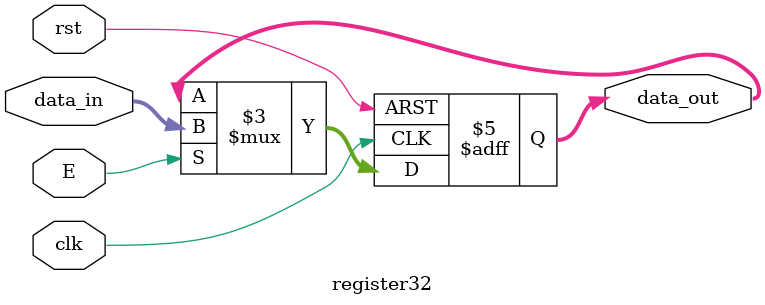
<source format=sv>
module  register32( 
input logic clk, 
input logic rst, 
input logic E, 
input  logic [31:0] data_in, 
output  logic [31:0] data_out ) ; 

always_ff @ (posedge clk or posedge rst ) begin 
if ( rst) 
data_out <= 32'd0; 
else if (E)      
data_out <= data_in ; 
else 
data_out <= data_out ; 
end 
endmodule     
</source>
